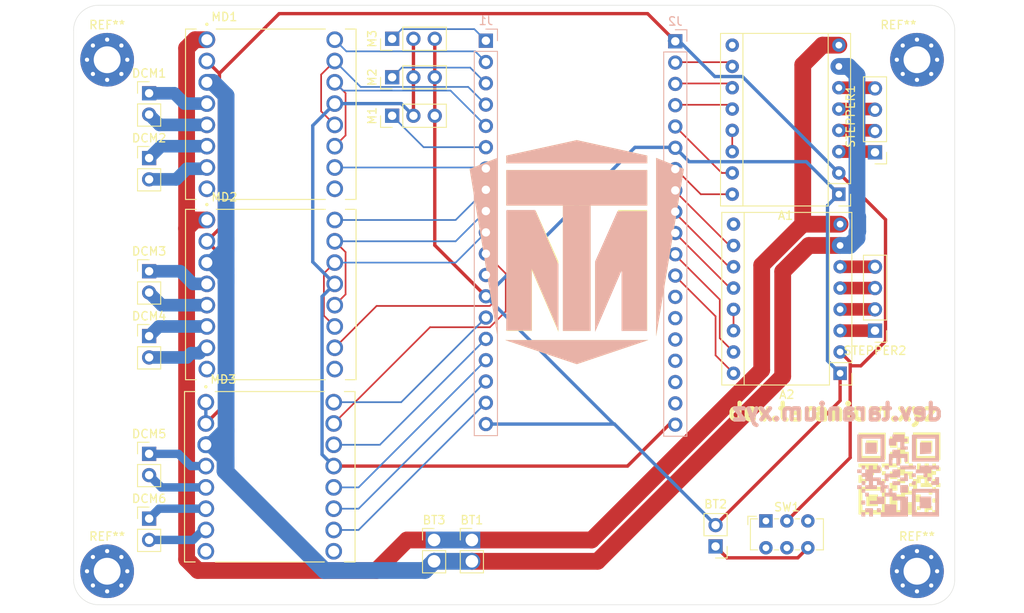
<source format=kicad_pcb>
(kicad_pcb (version 20241229) (generator "pcbnew") (generator_version "9.0")
  (layers (0 "F.Cu" signal) (2 "B.Cu" signal) (13 "F.Paste" user) (15 "B.Paste" user) (5 "F.SilkS" user "F.Silkscreen") (7 "B.SilkS" user "B.Silkscreen") (1 "F.Mask" user) (3 "B.Mask" user) (25 "Edge.Cuts" user))
  (net 0 "")
  (net 1 "Net-(A1-~{RESET})")
  (net 2 "Net-(A1-2A)")
  (net 3 "Net-(A1-2B)")
  (net 4 "+5V")
  (net 5 "MS2")
  (net 6 "Net-(A1-1B)")
  (net 7 "MS1")
  (net 8 "MS3")
  (net 9 "STP")
  (net 11 "+12V")
  (net 12 "Net-(A1-1A)")
  (net 13 "DIR")
  (net 14 "GND")
  (net 15 "SS")
  (net 16 "+3V3")
  (net 19 "S1")
  (net 20 "S2")
  (net 21 "S3")
  (net 26 "MS31")
  (net 27 "Net-(A2-~{RESET})")
  (net 28 "GND1")
  (net 32 "MS21")
  (net 33 "Net-(A2-1B)")
  (net 34 "Net-(A2-1A)")
  (net 35 "STP1")
  (net 36 "MS11")
  (net 37 "Net-(A2-2B)")
  (net 38 "Net-(A2-2A)")
  (net 39 "DIR1")
  (net 42 "Net-(DCM1-Pin_2)")
  (net 43 "Net-(DCM1-Pin_1)")
  (net 44 "Net-(DCM2-Pin_1)")
  (net 45 "Net-(DCM2-Pin_2)")
  (net 46 "Net-(DCM3-Pin_1)")
  (net 47 "Net-(DCM3-Pin_2)")
  (net 48 "Net-(DCM4-Pin_1)")
  (net 49 "Net-(DCM4-Pin_2)")
  (net 50 "Net-(DCM5-Pin_2)")
  (net 51 "Net-(DCM5-Pin_1)")
  (net 52 "Net-(DCM6-Pin_1)")
  (net 53 "Net-(DCM6-Pin_2)")
  (net 54 "FOR")
  (net 55 "BACK")
  (net 56 "B1")
  (net 58 "A1")
  (net 60 "B2")
  (net 61 "A2")
  (net 62 "A3")
  (net 63 "B3")
  (net 68 "FOR2")
  (net 69 "FOR3")
  (net 70 "BACK1")
  (net 71 "BACK3")
  (net 72 "BACK2")
  (net 73 "FOR1")
  (footprint "Connector_PinHeader_2.54mm:PinHeader_1x02_P2.54mm_Vertical" (layer "F.Cu") (at 146.46 120.775)
    (property "Reference" "BT3")
    (property "Value" "Battery")
  )
  (footprint "Connector_PinHeader_2.54mm:PinHeader_1x02_P2.54mm_Vertical" (layer "F.Cu") (at 112.5 118.225)
    (property "Reference" "DCM6")
    (property "Value" "Conn_01x02_Pin")
  )
  (footprint "Connector_PinHeader_2.54mm:PinHeader_1x04_P2.54mm_Vertical" (layer "F.Cu") (at 199 95.81 180)
    (property "Reference" "STEPPER2")
    (property "Value" "Conn_01x04_Pin")
  )
  (footprint "Button_Switch_THT:SW_E-Switch_EG1271_SPDT" (layer "F.Cu") (at 186 118.5)
    (property "Reference" "SW1")
    (property "Value" "SW_Slide_DPDT")
  )
  (footprint "Connector_PinHeader_2.54mm:PinHeader_1x02_P2.54mm_Vertical" (layer "F.Cu") (at 150.96 120.775)
    (property "Reference" "BT1")
    (property "Value" "Battery")
  )
  (footprint "Taranium-libs:MODULE_ROB-14450" (layer "F.Cu") (at 126.88 113.23)
    (property "Reference" "MD3")
    (property "Value" "~")
  )
  (footprint "Connector_PinHeader_2.54mm:PinHeader_1x03_P2.54mm_Vertical" (layer "F.Cu") (at 141.46 70.18 90)
    (property "Reference" "M1")
    (property "Value" "Motor_Servo")
  )
  (footprint "Connector_PinHeader_2.54mm:PinHeader_1x02_P2.54mm_Vertical" (layer "F.Cu") (at 112.5 96.46)
    (property "Reference" "DCM4")
    (property "Value" "Conn_01x02_Pin")
  )
  (footprint "Connector_PinHeader_2.54mm:PinHeader_1x02_P2.54mm_Vertical" (layer "F.Cu") (at 180 121.54 180)
    (property "Reference" "BT2")
    (property "Value" "Battery")
  )
  (footprint "Connector_PinHeader_2.54mm:PinHeader_1x02_P2.54mm_Vertical" (layer "F.Cu") (at 112.5 75.225)
    (property "Reference" "DCM2")
    (property "Value" "Conn_01x02_Pin")
  )
  (footprint "Module:Pololu_Breakout-16_15.2x20.3mm" (layer "F.Cu") (at 194.84 100.89 180)
    (property "Reference" "A2")
    (property "Value" "Pololu_Breakout_A4988")
  )
  (footprint "MountingHole:MountingHole_3.2mm_M3_Pad_Via" (layer "F.Cu") (at 204 124.5)
    (property "Reference" "REF**")
    (property "Value" "MountingHole_3.2mm_M3_Pad_Via")
  )
  (footprint "Connector_PinHeader_2.54mm:PinHeader_1x02_P2.54mm_Vertical" (layer "F.Cu") (at 112.5 110.5)
    (property "Reference" "DCM5")
    (property "Value" "Conn_01x02_Pin")
  )
  (footprint "Module:Pololu_Breakout-16_15.2x20.3mm" (layer "F.Cu") (at 194.69 79.54 180)
    (property "Reference" "A1")
    (property "Value" "Pololu_Breakout_A4988")
  )
  (footprint "Connector_PinHeader_2.54mm:PinHeader_1x03_P2.54mm_Vertical" (layer "F.Cu") (at 141.46 61 90)
    (property "Reference" "M3")
    (property "Value" "Motor_Servo")
  )
  (footprint "MountingHole:MountingHole_3.2mm_M3_Pad_Via" (layer "F.Cu") (at 204 63.5)
    (property "Reference" "REF**")
    (property "Value" "MountingHole_3.2mm_M3_Pad_Via")
  )
  (footprint "Connector_PinHeader_2.54mm:PinHeader_1x03_P2.54mm_Vertical" (layer "F.Cu") (at 141.46 65.59 90)
    (property "Reference" "M2")
    (property "Value" "Motor_Servo")
  )
  (footprint "MountingHole:MountingHole_3.2mm_M3_Pad_Via" (layer "F.Cu") (at 107.5 63.5)
    (property "Reference" "REF**")
    (property "Value" "MountingHole_3.2mm_M3_Pad_Via")
  )
  (footprint "Taranium-libs:MODULE_ROB-14450" (layer "F.Cu") (at 127 91.5)
    (property "Reference" "MD2")
    (property "Value" "~")
  )
  (footprint "MountingHole:MountingHole_3.2mm_M3_Pad_Via" (layer "F.Cu") (at 107.5 124.5)
    (property "Reference" "REF**")
    (property "Value" "MountingHole_3.2mm_M3_Pad_Via")
  )
  (footprint "Connector_PinHeader_2.54mm:PinHeader_1x04_P2.54mm_Vertical" (layer "F.Cu") (at 199 74.54 180)
    (property "Reference" "STEPPER1")
    (property "Value" "Conn_01x04_Pin")
  )
  (footprint "Taranium-libs:MODULE_ROB-14450" (layer "F.Cu") (at 127 70)
    (property "Reference" "MD1")
    (property "Value" "~")
  )
  (footprint "Connector_PinHeader_2.54mm:PinHeader_1x02_P2.54mm_Vertical" (layer "F.Cu") (at 112.5 67.5)
    (property "Reference" "DCM1")
    (property "Value" "Conn_01x02_Pin")
  )
  (footprint "Connector_PinHeader_2.54mm:PinHeader_1x02_P2.54mm_Vertical" (layer "F.Cu") (at 112.5 88.725)
    (property "Reference" "DCM3")
    (property "Value" "Conn_01x02_Pin")
  )
  (footprint "Connector_PinHeader_2.54mm:PinHeader_1x19_P2.54mm_Vertical" (layer "B.Cu") (at 175.2 61.3 180)
    (property "Reference" "J2")
    (property "Value" "Conn_01x15_Socket")
  )
  (footprint "Connector_PinHeader_2.54mm:PinHeader_1x19_P2.54mm_Vertical" (layer "B.Cu") (at 152.63 61.23 180)
    (property "Reference" "J1")
    (property "Value" "Conn_01x15_Socket")
  )
  (gr_poly (pts (xy 171.859376 74.930176) (xy 171.859376 75.862502) (xy 155.058333 75.862502) (xy 155.058333 74.930176) (xy 163.458854 73.084377)) (fill yes) (layer "F.SilkS"))
  (gr_poly (pts (xy 158.119033 95.844364) (xy 155.083468 95.844364) (xy 155.083468 81.551043) (xy 158.119033 81.551043)) (fill yes) (layer "F.SilkS"))
  (gr_poly (pts (xy 203.056249 114.889062) (xy 203.486197 114.889062) (xy 203.51927 114.889062) (xy 203.51927 115.352083) (xy 203.486197 115.352083) (xy 202.593229 115.352083) (xy 202.593229 115.815104) (xy 201.667187 115.815104) (xy 201.667187 117.204166) (xy 202.130208 117.204166) (xy 202.130208 116.311198) (xy 203.51927 116.245052) (xy 203.51927 117.204166) (xy 203.982291 117.204166) (xy 203.982291 117.766406) (xy 200.741145 117.733333) (xy 200.741145 115.352083) (xy 202.097135 115.352083) (xy 202.130208 114.889062) (xy 202.593229 114.889062) (xy 202.593229 114.392968) (xy 203.056249 114.392968)) (fill yes) (layer "F.SilkS"))
  (gr_poly (pts (xy 171.859376 80.889585) (xy 155.058333 80.889585) (xy 155.058333 76.656252) (xy 171.859376 76.656252)) (fill yes) (layer "F.SilkS"))
  (gr_poly (pts (xy 200.278125 113.533073) (xy 200.278125 113.96302) (xy 199.815104 113.96302) (xy 199.815104 113.5)) (fill yes) (layer "F.SilkS"))
  (gr_poly (pts (xy 202.593229 110.258854) (xy 203.023176 110.258854) (xy 203.023176 111.647916) (xy 202.593229 111.647916) (xy 202.593229 110.754948) (xy 202.130208 110.754948) (xy 202.130208 111.647916) (xy 201.667187 111.647916) (xy 201.667187 110.754948) (xy 201.171093 110.754948) (xy 201.171093 111.217969) (xy 200.774218 111.217969) (xy 200.774218 110.258854) (xy 201.667187 110.258854) (xy 201.667187 109.76276) (xy 202.593229 109.76276)) (fill yes) (layer "F.SilkS"))
  (gr_poly (pts (xy 202.593229 112.607031) (xy 203.51927 112.607031) (xy 203.51927 113.5) (xy 203.056249 113.5) (xy 203.056249 113.070052) (xy 201.667187 113.070052) (xy 201.667187 112.14401) (xy 201.667187 112.110937) (xy 202.593229 112.110937)) (fill yes) (layer "F.SilkS"))
  (gr_poly (pts (xy 206.793489 112.540885) (xy 206.264323 112.540885) (xy 206.264323 112.110937) (xy 206.793489 112.110937)) (fill yes) (layer "F.SilkS"))
  (gr_poly (pts (xy 200.278125 111.184896) (xy 197.036979 111.184896) (xy 197.036979 110.754948) (xy 197.5 110.754948) (xy 199.782031 110.754948) (xy 199.782031 108.439844) (xy 197.5 108.439844) (xy 197.5 110.754948) (xy 197.036979 110.754948) (xy 197.036979 107.976823) (xy 200.278125 107.976823)) (fill yes) (layer "F.SilkS"))
  (gr_poly (pts (xy 204.445312 112.110937) (xy 204.908333 112.110937) (xy 204.908333 111.647916) (xy 205.404427 111.647916) (xy 205.404427 112.110937) (xy 205.834375 112.110937) (xy 205.834375 112.540885) (xy 206.264323 112.540885) (xy 206.264323 113.003906) (xy 205.834375 113.003906) (xy 205.834375 113.5) (xy 205.404427 113.5) (xy 205.404427 113.996093) (xy 205.834375 113.996093) (xy 205.834375 114.459114) (xy 204.445312 114.459114) (xy 204.445312 113.996093) (xy 204.908333 113.996093) (xy 204.908333 113.5) (xy 204.445312 113.5) (xy 204.445312 113.996093) (xy 204.015364 113.996093) (xy 204.015364 114.889062) (xy 203.51927 114.889062) (xy 203.51927 114.392968) (xy 203.056249 114.392968) (xy 203.056249 113.996093) (xy 203.51927 113.996093) (xy 203.51927 113.5) (xy 203.982291 113.5) (xy 203.982291 113.070052) (xy 204.908333 113.070052) (xy 204.908333 112.540885) (xy 203.982291 112.540885) (xy 204.015364 111.647916) (xy 204.445312 111.647916)) (fill yes) (layer "F.SilkS"))
  (gr_poly (pts (xy 206.297395 117.733333) (xy 205.834375 117.733333) (xy 205.834375 117.204166) (xy 206.297395 117.204166)) (fill yes) (layer "F.SilkS"))
  (gr_poly (pts (xy 171.859376 95.796076) (xy 168.832276 95.796076) (xy 168.832276 81.48749) (xy 171.859376 81.48749)) (fill yes) (layer "F.SilkS"))
  (gr_poly (pts (xy 176.224999 76.524634) (xy 172.917707 96.5) (xy 172.917707 75.201043)) (fill yes) (layer "F.SilkS"))
  (gr_poly (pts (xy 206.264323 114.889062) (xy 205.834375 114.889062) (xy 205.834375 114.459114) (xy 206.264323 114.459114)) (fill yes) (layer "F.SilkS"))
  (gr_poly (pts (xy 202.593229 108.439844) (xy 203.023176 108.439844) (xy 203.023176 109.266667) (xy 202.130208 109.266667) (xy 202.130208 108.836719) (xy 201.667187 108.836719) (xy 201.667187 109.76276) (xy 200.774218 109.76276) (xy 200.774218 109.365885) (xy 201.171093 109.365885) (xy 201.171093 108.836719) (xy 200.774218 108.836719) (xy 200.774218 108.439844) (xy 201.171093 108.439844) (xy 201.171093 107.94375) (xy 202.593229 107.94375)) (fill yes) (layer "F.SilkS"))
  (gr_poly (pts (xy 200.278125 113.036979) (xy 199.815104 113.036979) (xy 199.815104 112.573958) (xy 200.278125 112.573958)) (fill yes) (layer "F.SilkS"))
  (gr_poly (pts (xy 200.278125 117.733333) (xy 197.036979 117.733333) (xy 197.036979 117.204166) (xy 197.5 117.204166) (xy 199.815104 117.204166) (xy 199.815104 114.889062) (xy 197.5 114.889062) (xy 197.5 117.204166) (xy 197.036979 117.204166) (xy 197.036979 114.426041) (xy 200.278125 114.426041)) (fill yes) (layer "F.SilkS"))
  (gr_poly (pts (xy 161.276042 87.559334) (xy 161.276042 95.970835) (xy 155.058333 81.566402) (xy 158.604676 81.566402)) (fill yes) (layer "F.SilkS"))
  (gr_poly (pts (xy 165.1125 95.838543) (xy 161.805207 95.838543) (xy 161.805207 80.889585) (xy 165.1125 80.889585)) (fill yes) (layer "F.SilkS"))
  (gr_poly (pts (xy 206.264323 112.110937) (xy 205.834375 112.110937) (xy 205.834375 111.647916) (xy 206.264323 111.647916)) (fill yes) (layer "F.SilkS"))
  (gr_poly (pts (xy 205.834375 115.352083) (xy 205.404427 115.352083) (xy 205.404427 114.889062) (xy 205.834375 114.889062)) (fill yes) (layer "F.SilkS"))
  (gr_poly (pts (xy 206.297395 116.311198) (xy 205.834375 116.311198) (xy 205.834375 116.245052) (xy 205.834375 115.815104) (xy 206.297395 115.815104)) (fill yes) (layer "F.SilkS"))
  (gr_poly (pts (xy 163.458854 99.807291) (xy 154.923528 96.929949) (xy 171.99418 96.929949)) (fill yes) (layer "F.SilkS"))
  (gr_poly (pts (xy 199.352083 116.741146) (xy 197.963021 116.741146) (xy 197.963021 115.352083) (xy 199.352083 115.352083)) (fill yes) (layer "F.SilkS"))
  (gr_poly (pts (xy 203.51927 112.110937) (xy 203.023176 112.110937) (xy 203.023176 111.647916) (xy 203.51927 111.647916)) (fill yes) (layer "F.SilkS"))
  (gr_poly (pts (xy 199.385156 112.110937) (xy 199.815104 112.110937) (xy 199.815104 112.14401) (xy 199.815104 112.573958) (xy 198.889062 112.573958) (xy 198.889062 113.036979) (xy 198.426041 113.036979) (xy 198.426041 112.573958) (xy 197.963021 112.573958) (xy 197.963021 112.110937) (xy 197.036979 112.110937) (xy 197.036979 111.647916) (xy 199.352083 111.647916)) (fill yes) (layer "F.SilkS"))
  (gr_poly (pts (xy 154 96.5) (xy 150.692709 76.524634) (xy 154 75.201043)) (fill yes) (layer "F.SilkS"))
  (gr_poly (pts (xy 204.445312 115.848177) (xy 205.305208 115.848177) (xy 205.305208 116.245052) (xy 203.51927 116.245052) (xy 203.51927 115.352083) (xy 204.445312 115.352083)) (fill yes) (layer "F.SilkS"))
  (gr_poly (pts (xy 205.834375 117.204166) (xy 205.371353 117.204166) (xy 205.371353 117.733333) (xy 204.908333 117.733333) (xy 204.908333 116.741146) (xy 205.834375 116.741146)) (fill yes) (layer "F.SilkS"))
  (gr_poly (pts (xy 165.641666 95.838543) (xy 165.641666 87.881992) (xy 168.408414 81.418751) (xy 171.842176 81.418751)) (fill yes) (layer "F.SilkS"))
  (gr_poly (pts (xy 206.793489 114.459114) (xy 206.264323 114.459114) (xy 206.264323 113.996093) (xy 206.793489 113.996093)) (fill yes) (layer "F.SilkS"))
  (gr_poly (pts (xy 205.834375 110.258854) (xy 204.445312 110.258854) (xy 204.445312 108.935937) (xy 205.834375 108.935937)) (fill yes) (layer "F.SilkS"))
  (gr_poly (pts (xy 201.667187 113.996093) (xy 201.667187 114.889062) (xy 200.741145 114.889062) (xy 200.741145 113.96302)) (fill yes) (layer "F.SilkS"))
  (gr_poly (pts (xy 206.264323 113.996093) (xy 205.834375 113.996093) (xy 205.834375 113.5) (xy 206.264323 113.5)) (fill yes) (layer "F.SilkS"))
  (gr_poly (pts (xy 201.667187 112.110937) (xy 199.815104 112.110937) (xy 199.782031 111.647916) (xy 201.667187 111.647916)) (fill yes) (layer "F.SilkS"))
  (gr_poly (pts (xy 206.793489 111.217969) (xy 203.51927 111.217969) (xy 203.51927 110.754948) (xy 204.015364 110.754948) (xy 206.264323 110.754948) (xy 206.264323 108.439844) (xy 204.015364 108.439844) (xy 204.015364 110.754948) (xy 203.51927 110.754948) (xy 203.51927 107.94375) (xy 206.793489 107.94375)) (fill yes) (layer "F.SilkS"))
  (gr_poly (pts (xy 202.593229 113.996093) (xy 201.667187 113.996093) (xy 201.667187 113.533073) (xy 202.593229 113.5)) (fill yes) (layer "F.SilkS"))
  (gr_poly (pts (xy 198.426041 113.5) (xy 197.963021 113.5) (xy 197.929948 113.036979) (xy 198.426041 113.036979)) (fill yes) (layer "F.SilkS"))
  (gr_poly (pts (xy 201.204166 113.070052) (xy 201.667187 113.070052) (xy 201.667187 113.5) (xy 200.741145 113.5) (xy 200.774218 112.607031) (xy 201.204166 112.607031)) (fill yes) (layer "F.SilkS"))
  (gr_poly (pts (xy 199.31901 110.291927) (xy 197.963021 110.225781) (xy 197.963021 108.902865) (xy 199.31901 108.902865)) (fill yes) (layer "F.SilkS"))
  (gr_poly (pts (xy 197.5 113.5) (xy 197.963021 113.5) (xy 197.963021 113.96302) (xy 197.036979 113.96302) (xy 197.036979 113.036979) (xy 197.5 113.036979)) (fill yes) (layer "F.SilkS"))
  (gr_poly (pts (xy 204.445312 117.204166) (xy 203.982291 117.204166) (xy 203.982291 116.741146) (xy 204.445312 116.741146)) (fill yes) (layer "F.SilkS"))
  (gr_poly (pts (xy 203.392968 111.429948) (xy 206.634114 111.429948) (xy 206.634114 111) (xy 206.171093 111) (xy 203.889062 111) (xy 203.889062 108.684896) (xy 206.171093 108.684896) (xy 206.171093 111) (xy 206.634114 111) (xy 206.634114 108.221875) (xy 203.392968 108.221875)) (fill yes) (layer "B.SilkS"))
  (gr_poly (pts (xy 206.171093 113.745052) (xy 205.708072 113.745052) (xy 205.708072 114.208072) (xy 206.634114 114.208072) (xy 206.634114 113.282031) (xy 206.171093 113.282031)) (fill yes) (layer "B.SilkS"))
  (gr_poly (pts (xy 197.40677 112.355989) (xy 197.836718 112.355989) (xy 197.836718 111.892968) (xy 197.40677 111.892968)) (fill yes) (layer "B.SilkS"))
  (gr_poly (pts (xy 197.836718 117.449218) (xy 198.29974 117.449218) (xy 198.29974 117.978385) (xy 198.76276 117.978385) (xy 198.76276 116.986198) (xy 197.836718 116.986198)) (fill yes) (layer "B.SilkS"))
  (gr_poly (pts (xy 161.805207 95.838543) (xy 165.1125 95.838543) (xy 165.1125 80.889585) (xy 161.805207 80.889585)) (fill yes) (layer "B.SilkS"))
  (gr_poly (pts (xy 196.877604 114.704166) (xy 197.40677 114.704166) (xy 197.40677 114.241145) (xy 196.877604 114.241145)) (fill yes) (layer "B.SilkS"))
  (gr_poly (pts (xy 204.285937 112.355989) (xy 203.855989 112.355989) (xy 203.855989 112.389062) (xy 203.855989 112.81901) (xy 204.782031 112.81901) (xy 204.782031 113.282031) (xy 205.245052 113.282031) (xy 205.245052 112.81901) (xy 205.708072 112.81901) (xy 205.708072 112.355989) (xy 206.634114 112.355989) (xy 206.634114 111.892968) (xy 204.31901 111.892968)) (fill yes) (layer "B.SilkS"))
  (gr_poly (pts (xy 199.225781 116.093229) (xy 198.365885 116.093229) (xy 198.365885 116.490104) (xy 200.151823 116.490104) (xy 200.151823 115.597135) (xy 199.225781 115.597135)) (fill yes) (layer "B.SilkS"))
  (gr_poly (pts (xy 202.466927 113.315104) (xy 202.003906 113.315104) (xy 202.003906 113.745052) (xy 202.929948 113.745052) (xy 202.896875 112.852083) (xy 202.466927 112.852083)) (fill yes) (layer "B.SilkS"))
  (gr_poly (pts (xy 201.077864 114.241145) (xy 202.003906 114.241145) (xy 202.003906 113.778125) (xy 201.077864 113.745052)) (fill yes) (layer "B.SilkS"))
  (gr_poly (pts (xy 199.225781 117.449218) (xy 199.688802 117.449218) (xy 199.688802 116.986198) (xy 199.225781 116.986198)) (fill yes) (layer "B.SilkS"))
  (gr_poly (pts (xy 155.058331 74.930176) (xy 155.058331 75.862502) (xy 171.859374 75.862502) (xy 171.859374 74.930176) (xy 163.458853 73.084377)) (fill yes) (layer "B.SilkS"))
  (gr_poly (pts (xy 168.798674 95.844364) (xy 171.834239 95.844364) (xy 171.834239 81.551043) (xy 168.798674 81.551043)) (fill yes) (layer "B.SilkS"))
  (gr_poly (pts (xy 172.917707 96.5) (xy 176.224998 76.524634) (xy 172.917707 75.201043)) (fill yes) (layer "B.SilkS"))
  (gr_poly (pts (xy 199.225781 112.355989) (xy 198.76276 112.355989) (xy 198.76276 111.892968) (xy 198.266666 111.892968) (xy 198.266666 112.355989) (xy 197.836718 112.355989) (xy 197.836718 112.785937) (xy 197.40677 112.785937) (xy 197.40677 113.248958) (xy 197.836718 113.248958) (xy 197.836718 113.745052) (xy 198.266666 113.745052) (xy 198.266666 114.241145) (xy 197.836718 114.241145) (xy 197.836718 114.704166) (xy 199.225781 114.704166) (xy 199.225781 114.241145) (xy 198.76276 114.241145) (xy 198.76276 113.745052) (xy 199.225781 113.745052) (xy 199.225781 114.241145) (xy 199.655729 114.241145) (xy 199.655729 115.134114) (xy 200.151823 115.134114) (xy 200.151823 114.63802) (xy 200.614844 114.63802) (xy 200.614844 114.241145) (xy 200.151823 114.241145) (xy 200.151823 113.745052) (xy 199.688802 113.745052) (xy 199.688802 113.315104) (xy 198.76276 113.315104) (xy 198.76276 112.785937) (xy 199.688802 112.785937) (xy 199.655729 111.892968) (xy 199.225781 111.892968)) (fill yes) (layer "B.SilkS"))
  (gr_poly (pts (xy 196.877604 111.463021) (xy 200.151823 111.463021) (xy 200.151823 111) (xy 199.655729 111) (xy 197.40677 111) (xy 197.40677 108.684896) (xy 199.655729 108.684896) (xy 199.655729 111) (xy 200.151823 111) (xy 200.151823 108.188802) (xy 196.877604 108.188802)) (fill yes) (layer "B.SilkS"))
  (gr_poly (pts (xy 196.877604 112.785937) (xy 197.40677 112.785937) (xy 197.40677 112.355989) (xy 196.877604 112.355989)) (fill yes) (layer "B.SilkS"))
  (gr_poly (pts (xy 205.245052 113.745052) (xy 205.708072 113.745052) (xy 205.741145 113.282031) (xy 205.245052 113.282031)) (fill yes) (layer "B.SilkS"))
  (gr_poly (pts (xy 155.058331 95.796076) (xy 158.085431 95.796076) (xy 158.085431 81.48749) (xy 155.058331 81.48749)) (fill yes) (layer "B.SilkS"))
  (gr_poly (pts (xy 201.077864 112.852083) (xy 200.151823 112.852083) (xy 200.151823 113.745052) (xy 200.614844 113.745052) (xy 200.614844 113.315104) (xy 202.003906 113.315104) (xy 202.003906 112.389062) (xy 202.003906 112.355989) (xy 201.077864 112.355989)) (fill yes) (layer "B.SilkS"))
  (gr_poly (pts (xy 203.392968 113.778125) (xy 203.392968 114.208072) (xy 203.855989 114.208072) (xy 203.855989 113.745052)) (fill yes) (layer "B.SilkS"))
  (gr_poly (pts (xy 197.373698 116.55625) (xy 197.836718 116.55625) (xy 197.836718 116.490104) (xy 197.836718 116.060156) (xy 197.373698 116.060156)) (fill yes) (layer "B.SilkS"))
  (gr_poly (pts (xy 204.31901 116.986198) (xy 205.708072 116.986198) (xy 205.708072 115.597135) (xy 204.31901 115.597135)) (fill yes) (layer "B.SilkS"))
  (gr_poly (pts (xy 197.373698 117.978385) (xy 197.836718 117.978385) (xy 197.836718 117.449218) (xy 197.373698 117.449218)) (fill yes) (layer "B.SilkS"))
  (gr_poly (pts (xy 203.392968 117.978385) (xy 206.634114 117.978385) (xy 206.634114 117.449218) (xy 206.171093 117.449218) (xy 203.855989 117.449218) (xy 203.855989 115.134114) (xy 206.171093 115.134114) (xy 206.171093 117.449218) (xy 206.634114 117.449218) (xy 206.634114 114.671093) (xy 203.392968 114.671093)) (fill yes) (layer "B.SilkS"))
  (gr_poly (pts (xy 155.058331 80.889585) (xy 171.859374 80.889585) (xy 171.859374 76.656252) (xy 155.058331 76.656252)) (fill yes) (layer "B.SilkS"))
  (gr_poly (pts (xy 202.003906 114.241145) (xy 202.003906 115.134114) (xy 202.929948 115.134114) (xy 202.929948 114.208072)) (fill yes) (layer "B.SilkS"))
  (gr_poly (pts (xy 202.003906 112.355989) (xy 203.855989 112.355989) (xy 203.889062 111.892968) (xy 202.003906 111.892968)) (fill yes) (layer "B.SilkS"))
  (gr_poly (pts (xy 200.151823 112.355989) (xy 200.647917 112.355989) (xy 200.647917 111.892968) (xy 200.151823 111.892968)) (fill yes) (layer "B.SilkS"))
  (gr_poly (pts (xy 200.614844 115.134114) (xy 200.184896 115.134114) (xy 200.151823 115.134114) (xy 200.151823 115.597135) (xy 200.184896 115.597135) (xy 201.077864 115.597135) (xy 201.077864 116.060156) (xy 202.003906 116.060156) (xy 202.003906 117.449218) (xy 201.540885 117.449218) (xy 201.540885 116.55625) (xy 200.151823 116.490104) (xy 200.151823 117.449218) (xy 199.688802 117.449218) (xy 199.688802 118.011458) (xy 202.929948 117.978385) (xy 202.929948 115.597135) (xy 201.573958 115.597135) (xy 201.540885 115.134114) (xy 201.077864 115.134114) (xy 201.077864 114.63802) (xy 200.614844 114.63802)) (fill yes) (layer "B.SilkS"))
  (gr_poly (pts (xy 201.077864 110.503906) (xy 200.647917 110.503906) (xy 200.647917 111.892968) (xy 201.077864 111.892968) (xy 201.077864 111) (xy 201.540885 111) (xy 201.540885 111.892968) (xy 202.003906 111.892968) (xy 202.003906 111) (xy 202.5 111) (xy 202.5 111.463021) (xy 202.896875 111.463021) (xy 202.896875 110.503906) (xy 202.003906 110.503906) (xy 202.003906 110.007812) (xy 201.077864 110.007812)) (fill yes) (layer "B.SilkS"))
  (gr_poly (pts (xy 197.40677 114.241145) (xy 197.836718 114.241145) (xy 197.836718 113.745052) (xy 197.40677 113.745052)) (fill yes) (layer "B.SilkS"))
  (gr_poly (pts (xy 197.40677 115.134114) (xy 197.836718 115.134114) (xy 197.836718 114.704166) (xy 197.40677 114.704166)) (fill yes) (layer "B.SilkS"))
  (gr_poly (pts (xy 161.276041 95.838543) (xy 161.276041 87.881992) (xy 158.509293 81.418751) (xy 155.075531 81.418751)) (fill yes) (layer "B.SilkS"))
  (gr_poly (pts (xy 197.836718 115.597135) (xy 198.266666 115.597135) (xy 198.266666 115.134114) (xy 197.836718 115.134114)) (fill yes) (layer "B.SilkS"))
  (gr_poly (pts (xy 150.692708 76.524634) (xy 154 96.5) (xy 154 75.201043)) (fill yes) (layer "B.SilkS"))
  (gr_poly (pts (xy 203.392968 113.282031) (xy 203.855989 113.282031) (xy 203.855989 112.81901) (xy 203.392968 112.81901)) (fill yes) (layer "B.SilkS"))
  (gr_poly (pts (xy 165.641665 87.559334) (xy 165.641665 95.970835) (xy 171.859374 81.566402) (xy 168.313031 81.566402)) (fill yes) (layer "B.SilkS"))
  (gr_poly (pts (xy 201.077864 108.684896) (xy 200.647917 108.684896) (xy 200.647917 109.511719) (xy 201.540885 109.511719) (xy 201.540885 109.081771) (xy 202.003906 109.081771) (xy 202.003906 110.007812) (xy 202.896875 110.007812) (xy 202.896875 109.610937) (xy 202.5 109.610937) (xy 202.5 109.081771) (xy 202.896875 109.081771) (xy 202.896875 108.684896) (xy 202.5 108.684896) (xy 202.5 108.188802) (xy 201.077864 108.188802)) (fill yes) (layer "B.SilkS"))
  (gr_poly (pts (xy 197.836718 110.503906) (xy 199.225781 110.503906) (xy 199.225781 109.180989) (xy 197.836718 109.180989)) (fill yes) (layer "B.SilkS"))
  (gr_poly (pts (xy 163.458853 99.807291) (xy 171.994179 96.929949) (xy 154.923527 96.929949)) (fill yes) (layer "B.SilkS"))
  (gr_poly (pts (xy 204.352083 110.536979) (xy 205.708072 110.470833) (xy 205.708072 109.147917) (xy 204.352083 109.147917)) (fill yes) (layer "B.SilkS"))
  (gr_line (start 208.5 60) (end 208.5 125.5) (stroke (width 0.05)) (layer "Edge.Cuts"))
  (gr_line (start 205.5 128.5) (end 106.5 128.5) (stroke (width 0.05)) (layer "Edge.Cuts"))
  (gr_line (start 106.5 57) (end 205.5 57) (stroke (width 0.05)) (layer "Edge.Cuts"))
  (gr_arc (start 103.5 60) (mid 104.37868 57.87868) (end 106.5 57) (stroke (width 0.05)) (layer "Edge.Cuts"))
  (gr_arc (start 205.5 57) (mid 207.62132 57.87868) (end 208.5 60) (stroke (width 0.05)) (layer "Edge.Cuts"))
  (gr_line (start 103.5 125.5) (end 103.5 60) (stroke (width 0.05)) (layer "Edge.Cuts"))
  (gr_arc (start 106.5 128.5) (mid 104.37868 127.62132) (end 103.5 125.5) (stroke (width 0.05)) (layer "Edge.Cuts"))
  (gr_arc (start 208.5 125.5) (mid 207.62132 127.62132) (end 205.5 128.5) (stroke (width 0.05)) (layer "Edge.Cuts"))
  (gr_text "dev.taranium.xyz" (at 194 105.5 0) (layer "F.SilkS") (effects (font (size 2 2) (thickness 0.5) (bold yes))))
  (gr_text "dev.taranium.xyz" (at 194.5 105.5 -0) (layer "B.SilkS") (effects (font (size 2 2) (thickness 0.5) (bold yes)) (justify mirror)))
  (segment (start 181.99 71.92) (end 181.99 74.46) (width 0.2) (layer "F.Cu") (net 1))
  (segment (start 194.69 69.38) (end 198.92 69.38) (width 1.5) (layer "F.Cu") (net 2))
  (segment (start 198.92 69.38) (end 199 69.46) (width 0.2) (layer "F.Cu") (net 2))
  (segment (start 194.69 66.84) (end 198.92 66.84) (width 1.5) (layer "F.Cu") (net 3))
  (segment (start 198.92 66.84) (end 199 66.92) (width 0.2) (layer "F.Cu") (net 3))
  (segment (start 200.251 82.561) (end 200.251 97.061) (width 0.4) (layer "F.Cu") (net 4))
  (segment (start 188.5 118.5) (end 196.041 110.959) (width 0.4) (layer "F.Cu") (net 4))
  (segment (start 197.312 100) (end 196.041 100) (width 0.4) (layer "F.Cu") (net 4))
  (segment (start 200.251 97.061) (end 197.312 100) (width 0.4) (layer "F.Cu") (net 4))
  (segment (start 196.041 110.959) (end 196.041 100) (width 0.4) (layer "F.Cu") (net 4))
  (segment (start 194.69 77) (end 200.251 82.561) (width 0.4) (layer "F.Cu") (net 4))
  (segment (start 120.865 65.135) (end 120.881 65.151) (width 0.4) (layer "F.Cu") (net 4))
  (segment (start 171.9 58) (end 174.5 60.6) (width 0.4) (layer "F.Cu") (net 4))
  (segment (start 119.38 63.65) (end 120.865 65.135) (width 0.4) (layer "F.Cu") (net 4))
  (segment (start 120.881 65.151) (end 120.881 83.649) (width 0.4) (layer "F.Cu") (net 4))
  (segment (start 119.38 85.15) (end 122 87.77) (width 0.4) (layer "F.Cu") (net 4))
  (segment (start 122 87.77) (end 122 104.14) (width 0.4) (layer "F.Cu") (net 4))
  (segment (start 120.881 83.649) (end 119.38 85.15) (width 0.4) (layer "F.Cu") (net 4))
  (segment (start 196.041 99.551) (end 194.84 98.35) (width 0.4) (layer "F.Cu") (net 4))
  (segment (start 196.041 100) (end 196.041 99.551) (width 0.4) (layer "F.Cu") (net 4))
  (segment (start 120.865 65.135) (end 128 58) (width 0.4) (layer "F.Cu") (net 4))
  (segment (start 122 104.14) (end 119.26 106.88) (width 0.4) (layer "F.Cu") (net 4))
  (segment (start 128 58) (end 171.9 58) (width 0.4) (layer "F.Cu") (net 4))
  (segment (start 183.191 65.501) (end 179.901 65.501) (width 0.4) (layer "B.Cu") (net 4))
  (segment (start 175.65 61.25) (end 174.5 61.25) (width 0.4) (layer "B.Cu") (net 4))
  (segment (start 194.69 77) (end 183.191 65.501) (width 0.4) (layer "B.Cu") (net 4))
  (segment (start 119.26 104.34) (end 119.26 106.88) (width 0.4) (layer "B.Cu") (net 4))
  (segment (start 179.901 65.501) (end 175.65 61.25) (width 0.4) (layer "B.Cu") (net 4))
  (segment (start 174.5 66.33) (end 181.48 66.33) (width 0.2) (layer "F.Cu") (net 5))
  (segment (start 181.48 66.33) (end 181.99 66.84) (width 0.2) (layer "F.Cu") (net 5))
  (segment (start 198.92 74.46) (end 199 74.54) (width 0.2) (layer "F.Cu") (net 6))
  (segment (start 194.69 74.46) (end 198.92 74.46) (width 1.5) (layer "F.Cu") (net 6))
  (segment (start 174.5 63.79) (end 181.48 63.79) (width 0.2) (layer "F.Cu") (net 7))
  (segment (start 181.48 63.79) (end 181.99 64.3) (width 0.2) (layer "F.Cu") (net 7))
  (segment (start 181.48 68.87) (end 181.99 69.38) (width 0.2) (layer "F.Cu") (net 8))
  (segment (start 174.5 68.87) (end 181.48 68.87) (width 0.2) (layer "F.Cu") (net 8))
  (segment (start 174.5 71.41) (end 175.15 71.41) (width 0.2) (layer "F.Cu") (net 9))
  (segment (start 180.74 77) (end 181.99 77) (width 0.2) (layer "F.Cu") (net 9))
  (segment (start 175.15 71.41) (end 180.74 77) (width 0.2) (layer "F.Cu") (net 9))
  (segment (start 139.589 124.411) (end 118.311036 124.411) (width 2) (layer "F.Cu") (net 11))
  (segment (start 119.38 61.11) (end 117.979929 61.11) (width 2) (layer "F.Cu") (net 11))
  (segment (start 192.74 61.76) (end 194.69 61.76) (width 2) (layer "F.Cu") (net 11))
  (segment (start 146.46 120.775) (end 143.225 120.775) (width 2) (layer "F.Cu") (net 11))
  (segment (start 116.969 83.620929) (end 117.979929 82.61) (width 2) (layer "F.Cu") (net 11))
  (segment (start 116.969 62.120929) (end 116.969 83.620929) (width 2) (layer "F.Cu") (net 11))
  (segment (start 117.979929 61.11) (end 116.969 62.120929) (width 2) (layer "F.Cu") (net 11))
  (segment (start 165.226263 120.775) (end 185.5 100.501263) (width 2) (layer "F.Cu") (net 11))
  (segment (start 185.5 88) (end 190.39 83.11) (width 2) (layer "F.Cu") (net 11))
  (segment (start 185.5 100.501263) (end 185.5 88) (width 2) (layer "F.Cu") (net 11))
  (segment (start 190.39 83.11) (end 194.84 83.11) (width 2) (layer "F.Cu") (net 11))
  (segment (start 143.225 120.775) (end 139.589 124.411) (width 2) (layer "F.Cu") (net 11))
  (segment (start 190.39 83.11) (end 190.39 64.11) (width 2) (layer "F.Cu") (net 11))
  (segment (start 116.969 123.068964) (end 116.969 83.620929) (width 2) (layer "F.Cu") (net 11))
  (segment (start 150.96 120.775) (end 165.226263 120.775) (width 2) (layer "F.Cu") (net 11))
  (segment (start 118.311036 124.411) (end 116.969 123.068964) (width 2) (layer "F.Cu") (net 11))
  (segment (start 117.979929 82.61) (end 119.38 82.61) (width 2) (layer "F.Cu") (net 11))
  (segment (start 190.39 64.11) (end 192.74 61.76) (width 2) (layer "F.Cu") (net 11))
  (segment (start 146.46 120.775) (end 150.96 120.775) (width 2) (layer "B.Cu") (net 11))
  (segment (start 198.92 71.92) (end 199 72) (width 0.2) (layer "F.Cu") (net 12))
  (segment (start 194.69 71.92) (end 198.92 71.92) (width 1.5) (layer "F.Cu") (net 12))
  (segment (start 174.5 76.49) (end 175.19 76.49) (width 0.2) (layer "F.Cu") (net 13))
  (segment (start 175.19 76.49) (end 178.24 79.54) (width 0.2) (layer "F.Cu") (net 13))
  (segment (start 178.24 79.54) (end 181.99 79.54) (width 0.2) (layer "F.Cu") (net 13))
  (segment (start 152.63 91.71) (end 146.54 85.62) (width 0.4) (layer "F.Cu") (net 14))
  (segment (start 180 119) (end 194.84 104.16) (width 0.4) (layer "F.Cu") (net 14))
  (segment (start 194.84 104.16) (end 194.84 100.89) (width 0.4) (layer "F.Cu") (net 14))
  (segment (start 146.54 61) (end 146.54 70.18) (width 0.4) (layer "F.Cu") (net 14))
  (segment (start 146.54 85.62) (end 146.54 70.18) (width 0.4) (layer "F.Cu") (net 14))
  (segment (start 167.87 106.95) (end 152.63 91.71) (width 0.4) (layer "B.Cu") (net 14))
  (segment (start 194.69 79.54) (end 190.811 75.661) (width 0.4) (layer "B.Cu") (net 14))
  (segment (start 167.95 106.95) (end 152.63 106.95) (width 0.4) (layer "B.Cu") (net 14))
  (segment (start 190.811 75.661) (end 176.861 75.661) (width 0.4) (layer "B.Cu") (net 14))
  (segment (start 170.39 73.95) (end 152.63 91.71) (width 0.4) (layer "B.Cu") (net 14))
  (segment (start 176.861 75.661) (end 175.15 73.95) (width 0.4) (layer "B.Cu") (net 14))
  (segment (start 167.95 106.95) (end 167.87 106.95) (width 0.4) (layer "B.Cu") (net 14))
  (segment (start 193.339 99.389) (end 194.84 100.89) (width 0.4) (layer "B.Cu") (net 14))
  (segment (start 194.69 79.54) (end 193.339 80.891) (width 0.4) (layer "B.Cu") (net 14))
  (segment (start 180 119) (end 167.95 106.95) (width 0.4) (layer "B.Cu") (net 14))
  (segment (start 175.15 73.95) (end 170.39 73.95) (width 0.4) (layer "B.Cu") (net 14))
  (segment (start 193.339 80.891) (end 193.339 99.389) (width 0.4) (layer "B.Cu") (net 14))
  (segment (start 180 121.54) (end 181.361 122.901) (width 0.4) (layer "F.Cu") (net 15))
  (segment (start 189.799 122.901) (end 191 121.7) (width 0.4) (layer "F.Cu") (net 15))
  (segment (start 181.361 122.901) (end 189.799 122.901) (width 0.4) (layer "F.Cu") (net 15))
  (segment (start 144 61) (end 144 70.18) (width 0.4) (layer "F.Cu") (net 16))
  (segment (start 134.5 111.96) (end 169.51 111.96) (width 0.4) (layer "F.Cu") (net 16))
  (segment (start 169.51 111.96) (end 174.5 106.97) (width 0.4) (layer "F.Cu") (net 16))
  (segment (start 132 87.61) (end 132 71.35) (width 0.4) (layer "B.Cu") (net 16))
  (segment (start 142.55 68.73) (end 134.62 68.73) (width 0.4) (layer "B.Cu") (net 16))
  (segment (start 134.62 90.23) (end 132 87.61) (width 0.4) (layer "B.Cu") (net 16))
  (segment (start 132 71.35) (end 134.62 68.73) (width 0.4) (layer "B.Cu") (net 16))
  (segment (start 133.109 110.569) (end 134.5 111.96) (width 0.4) (layer "B.Cu") (net 16))
  (segment (start 134.62 90.23) (end 133.109 91.741) (width 0.4) (layer "B.Cu") (net 16))
  (segment (start 144 70.18) (end 142.55 68.73) (width 0.4) (layer "B.Cu") (net 16))
  (segment (start 133.109 91.741) (end 133.109 110.569) (width 0.4) (layer "B.Cu") (net 16))
  (segment (start 145.21 73.93) (end 152.63 73.93) (width 0.2) (layer "B.Cu") (net 19))
  (segment (start 141.46 70.18) (end 145.21 73.93) (width 0.2) (layer "B.Cu") (net 19))
  (segment (start 150.759 64.439) (end 152.63 66.31) (width 0.2) (layer "B.Cu") (net 20))
  (segment (start 141.46 65.59) (end 142.611 64.439) (width 0.2) (layer "B.Cu") (net 20))
  (segment (start 142.611 64.439) (end 150.759 64.439) (width 0.2) (layer "B.Cu") (net 20))
  (segment (start 142.611 59.849) (end 151.249 59.849) (width 0.2) (layer "B.Cu") (net 21))
  (segment (start 141.46 61) (end 142.611 59.849) (width 0.2) (layer "B.Cu") (net 21))
  (segment (start 151.249 59.849) (end 152.63 61.23) (width 0.2) (layer "B.Cu") (net 21))
  (segment (start 175.11 84.11) (end 181.73 90.73) (width 0.2) (layer "F.Cu") (net 26))
  (segment (start 181.73 90.73) (end 182.14 90.73) (width 0.2) (layer "F.Cu") (net 26))
  (segment (start 174.5 84.11) (end 175.11 84.11) (width 0.2) (layer "F.Cu") (net 26))
  (segment (start 182.14 93.27) (end 182.14 95.81) (width 0.2) (layer "F.Cu") (net 27))
  (segment (start 188 101.255368) (end 188 88.754106) (width 2) (layer "F.Cu") (net 28))
  (segment (start 188 88.754106) (end 191.104106 85.65) (width 2) (layer "F.Cu") (net 28))
  (segment (start 165.940368 123.315) (end 188 101.255368) (width 2) (layer "F.Cu") (net 28))
  (segment (start 150.96 123.315) (end 165.940368 123.315) (width 2) (layer "F.Cu") (net 28))
  (segment (start 191.104106 85.65) (end 194.84 85.65) (width 2) (layer "F.Cu") (net 28))
  (segment (start 121.671 88.580929) (end 121.671 90) (width 2) (layer "B.Cu") (net 28))
  (segment (start 196.849 82.147737) (end 196.849 65.32763) (width 2) (layer "B.Cu") (net 28))
  (segment (start 133.411 124.411) (end 121.551 112.551) (width 2) (layer "B.Cu") (net 28))
  (segment (start 119.26 109.42) (end 119.959964 109.42) (width 2) (layer "B.Cu") (net 28))
  (segment (start 145.364 124.411) (end 133.411 124.411) (width 2) (layer "B.Cu") (net 28))
  (segment (start 121.551 111.011036) (end 121.5 110.960036) (width 2) (layer "B.Cu") (net 28))
  (segment (start 195.97137 85.65) (end 196.849 84.77237) (width 2) (layer "B.Cu") (net 28))
  (segment (start 121.671 107.708964) (end 119.963463 109.416501) (width 2) (layer "B.Cu") (net 28))
  (segment (start 120.079964 66.19) (end 121.671 67.781036) (width 2) (layer "B.Cu") (net 28))
  (segment (start 196.849 84.072263) (end 196.941 83.980263) (width 2) (layer "B.Cu") (net 28))
  (segment (start 121.671 112.431) (end 121.551 112.551) (width 2) (layer "B.Cu") (net 28))
  (segment (start 121.5 110.259929) (end 120.660071 109.42) (width 2) (layer "B.Cu") (net 28))
  (segment (start 196.849 65.32763) (end 195.82137 64.3) (width 2) (layer "B.Cu") (net 28))
  (segment (start 121.671 67.781036) (end 121.671 85) (width 2) (layer "B.Cu") (net 28))
  (segment (start 120.780071 87.69) (end 121.671 88.580929) (width 2) (layer "B.Cu") (net 28))
  (segment (start 119.38 87.69) (end 120.079964 87.69) (width 2) (layer "B.Cu") (net 28))
  (segment (start 146.46 123.315) (end 145.364 124.411) (width 2) (layer "B.Cu") (net 28))
  (segment (start 196.941 82.239737) (end 196.849 82.147737) (width 2) (layer "B.Cu") (net 28))
  (segment (start 119.963463 109.416501) (end 119.263499 109.416501) (width 2) (layer "B.Cu") (net 28))
  (segment (start 119.38 66.19) (end 120.079964 66.19) (width 2) (layer "B.Cu") (net 28))
  (segment (start 121.551 112.551) (end 121.551 111.011036) (width 2) (layer "B.Cu") (net 28))
  (segment (start 120.660071 109.42) (end 119.26 109.42) (width 2) (layer "B.Cu") (net 28))
  (segment (start 119.959964 109.42) (end 121.671 111.131036) (width 2) (layer "B.Cu") (net 28))
  (segment (start 119.38 87.69) (end 120.780071 87.69) (width 2) (layer "B.Cu") (net 28))
  (segment (start 196.849 84.77237) (end 196.849 84.072263) (width 2) (layer "B.Cu") (net 28))
  (segment (start 121.671 86.098964) (end 120.079964 87.69) (width 2) (layer "B.Cu") (net 28))
  (segment (start 121.671 111.131036) (end 121.671 112.431) (width 2) (layer "B.Cu") (net 28))
  (segment (start 120.079964 87.69) (end 121.671 89.281036) (width 2) (layer "B.Cu") (net 28))
  (segment (start 196.941 83.980263) (end 196.941 82.239737) (width 2) (layer "B.Cu") (net 28))
  (segment (start 121.671 90) (end 121.671 107.708964) (width 2) (layer "B.Cu") (net 28))
  (segment (start 121.671 89.281036) (end 121.671 90) (width 2) (layer "B.Cu") (net 28))
  (segment (start 121.671 85) (end 121.671 88.580929) (width 2) (layer "B.Cu") (net 28))
  (segment (start 195.82137 64.3) (end 194.69 64.3) (width 2) (layer "B.Cu") (net 28))
  (segment (start 146.46 123.315) (end 150.96 123.315) (width 2) (layer "B.Cu") (net 28))
  (segment (start 121.671 107.708964) (end 121.671 112.431) (width 2) (layer "B.Cu") (net 28))
  (segment (start 121.671 85) (end 121.671 86.098964) (width 2) (layer "B.Cu") (net 28))
  (segment (start 121.5 110.960036) (end 121.5 110.259929) (width 2) (layer "B.Cu") (net 28))
  (segment (start 194.84 85.65) (end 195.97137 85.65) (width 2) (layer "B.Cu") (net 28))
  (segment (start 174.5 81.57) (end 174.97 81.57) (width 0.2) (layer "F.Cu") (net 32))
  (segment (start 181.59 88.19) (end 182.14 88.19) (width 0.2) (layer "F.Cu") (net 32))
  (segment (start 174.97 81.57) (end 181.59 88.19) (width 0.2) (layer "F.Cu") (net 32))
  (segment (start 194.84 95.81) (end 199 95.81) (width 1.5) (layer "F.Cu") (net 33))
  (segment (start 194.84 93.27) (end 199 93.27) (width 1.5) (layer "F.Cu") (net 34))
  (segment (start 180.5 96.71) (end 182.14 98.35) (width 0.2) (layer "F.Cu") (net 35))
  (segment (start 180.5 92.1) (end 180.5 96.71) (width 0.2) (layer "F.Cu") (net 35))
  (segment (start 175.05 86.65) (end 180.5 92.1) (width 0.2) (layer "F.Cu") (net 35))
  (segment (start 174.5 86.65) (end 175.05 86.65) (width 0.2) (layer "F.Cu") (net 35))
  (segment (start 174.5 79.03) (end 175.03 79.03) (width 0.2) (layer "F.Cu") (net 36))
  (segment (start 175.03 79.03) (end 181.65 85.65) (width 0.2) (layer "F.Cu") (net 36))
  (segment (start 181.65 85.65) (end 182.14 85.65) (width 0.2) (layer "F.Cu") (net 36))
  (segment (start 194.84 88.19) (end 199 88.19) (width 1.5) (layer "F.Cu") (net 37))
  (segment (start 194.84 90.73) (end 199 90.73) (width 1.5) (layer "F.Cu") (net 38))
  (segment (start 180 98.75) (end 182.14 100.89) (width 0.2) (layer "F.Cu") (net 39))
  (segment (start 180 94.1) (end 180 98.75) (width 0.2) (layer "F.Cu") (net 39))
  (segment (start 175.09 89.19) (end 180 94.1) (width 0.2) (layer "F.Cu") (net 39))
  (segment (start 174.5 89.19) (end 175.09 89.19) (width 0.2) (layer "F.Cu") (net 39))
  (segment (start 113.73 71.27) (end 119.38 71.27) (width 1.5) (layer "B.Cu") (net 42))
  (segment (start 112.5 70.04) (end 113.73 71.27) (width 1.5) (layer "B.Cu") (net 42))
  (segment (start 112.5 67.5) (end 115.5 67.5) (width 1.5) (layer "B.Cu") (net 43))
  (segment (start 115.5 67.5) (end 116.73 68.73) (width 1.5) (layer "B.Cu") (net 43))
  (segment (start 116.73 68.73) (end 119.38 68.73) (width 1.5) (layer "B.Cu") (net 43))
  (segment (start 113.915 73.81) (end 112.5 75.225) (width 1.5) (layer "B.Cu") (net 44))
  (segment (start 119.38 73.81) (end 113.915 73.81) (width 1.5) (layer "B.Cu") (net 44))
  (segment (start 115.735 77.765) (end 112.5 77.765) (width 1.5) (layer "B.Cu") (net 45))
  (segment (start 119.23 76.5) (end 117 76.5) (width 1.5) (layer "B.Cu") (net 45))
  (segment (start 119.38 76.35) (end 119.23 76.5) (width 1.5) (layer "B.Cu") (net 45))
  (segment (start 117 76.5) (end 115.735 77.765) (width 1.5) (layer "B.Cu") (net 45))
  (segment (start 112.5 88.725) (end 116.225 88.725) (width 1.5) (layer "B.Cu") (net 46))
  (segment (start 116.225 88.725) (end 117.73 90.23) (width 1.5) (layer "B.Cu") (net 46))
  (segment (start 117.73 90.23) (end 119.38 90.23) (width 1.5) (layer "B.Cu") (net 46))
  (segment (start 114.005 92.77) (end 119.38 92.77) (width 1.5) (layer "B.Cu") (net 47))
  (segment (start 112.5 91.265) (end 114.005 92.77) (width 1.5) (layer "B.Cu") (net 47))
  (segment (start 112.5 96.46) (end 113.65 95.31) (width 1.5) (layer "B.Cu") (net 48))
  (segment (start 113.65 95.31) (end 119.38 95.31) (width 1.5) (layer "B.Cu") (net 48))
  (segment (start 117 99) (end 112.5 99) (width 1.5) (layer "B.Cu") (net 49))
  (segment (start 117.5 98.5) (end 117 99) (width 1.5) (layer "B.Cu") (net 49))
  (segment (start 119.15 97.85) (end 118.5 98.5) (width 1.5) (layer "B.Cu") (net 49))
  (segment (start 118.5 98.5) (end 117.5 98.5) (width 1.5) (layer "B.Cu") (net 49))
  (segment (start 119.38 97.85) (end 119.15 97.85) (width 0.2) (layer "B.Cu") (net 49))
  (segment (start 113.96 114.5) (end 119.26 114.5) (width 1) (layer "B.Cu") (net 50))
  (segment (start 112.5 113.04) (end 113.96 114.5) (width 1) (layer "B.Cu") (net 50))
  (segment (start 112.5 110.5) (end 116 110.5) (width 1) (layer "B.Cu") (net 51))
  (segment (start 116 110.5) (end 117.46 111.96) (width 1) (layer "B.Cu") (net 51))
  (segment (start 117.46 111.96) (end 119.26 111.96) (width 1) (layer "B.Cu") (net 51))
  (segment (start 112.5 118.225) (end 113.685 117.04) (width 1) (layer "B.Cu") (net 52))
  (segment (start 113.685 117.04) (end 119.26 117.04) (width 1) (layer "B.Cu") (net 52))
  (segment (start 118.92 119.58) (end 119.26 119.58) (width 0.2) (layer "B.Cu") (net 53))
  (segment (start 112.5 120.765) (end 117.735 120.765) (width 1) (layer "B.Cu") (net 53))
  (segment (start 117.735 120.765) (end 118.92 119.58) (width 1) (layer "B.Cu") (net 53))
  (segment (start 133 65.27) (end 133 69.65) (width 0.2) (layer "F.Cu") (net 54))
  (segment (start 134.62 63.65) (end 133 65.27) (width 0.2) (layer "F.Cu") (net 54))
  (segment (start 133 69.65) (end 134.62 71.27) (width 0.2) (layer "F.Cu") (net 54))
  (segment (start 150.521 66.741) (end 152.63 68.85) (width 0.2) (layer "B.Cu") (net 54))
  (segment (start 134.62 63.65) (end 137.711 66.741) (width 0.2) (layer "B.Cu") (net 54))
  (segment (start 137.711 66.741) (end 150.521 66.741) (width 0.2) (layer "B.Cu") (net 54))
  (segment (start 135.911 67.481) (end 135.911 72.519) (width 0.2) (layer "F.Cu") (net 55))
  (segment (start 135.911 72.519) (end 134.62 73.81) (width 0.2) (layer "F.Cu") (net 55))
  (segment (start 134.62 66.19) (end 135.911 67.481) (width 0.2) (layer "F.Cu") (net 55))
  (segment (start 134.62 66.19) (end 135.61 67.18) (width 0.2) (layer "B.Cu") (net 55))
  (segment (start 135.61 67.18) (end 148.42 67.18) (width 0.2) (layer "B.Cu") (net 55))
  (segment (start 148.42 67.18) (end 152.63 71.39) (width 0.2) (layer "B.Cu") (net 55))
  (segment (start 152.51 76.35) (end 152.63 76.47) (width 0.2) (layer "B.Cu") (net 56))
  (segment (start 134.62 76.35) (end 152.51 76.35) (width 0.2) (layer "B.Cu") (net 56))
  (segment (start 134.62 61.11) (end 136.01 62.5) (width 0.2) (layer "B.Cu") (net 58))
  (segment (start 151.36 62.5) (end 152.63 63.77) (width 0.2) (layer "B.Cu") (net 58))
  (segment (start 136.01 62.5) (end 151.36 62.5) (width 0.2) (layer "B.Cu") (net 58))
  (segment (start 134.62 97.85) (end 139.609 92.861) (width 0.2) (layer "F.Cu") (net 60))
  (segment (start 153.781 92.18676) (end 153.781 90.321) (width 0.2) (layer "F.Cu") (net 60))
  (segment (start 153.10676 92.861) (end 153.781 92.18676) (width 0.2) (layer "F.Cu") (net 60))
  (segment (start 139.609 92.861) (end 153.10676 92.861) (width 0.2) (layer "F.Cu") (net 60))
  (segment (start 153.781 90.321) (end 152.63 89.17) (width 0.2) (layer "F.Cu") (net 60))
  (segment (start 149.03 82.61) (end 152.63 79.01) (width 0.2) (layer "B.Cu") (net 61))
  (segment (start 134.62 82.61) (end 149.03 82.61) (width 0.2) (layer "B.Cu") (net 61))
  (segment (start 142.54 104.34) (end 152.63 94.25) (width 0.2) (layer "B.Cu") (net 62))
  (segment (start 134.5 104.34) (end 142.54 104.34) (width 0.2) (layer "B.Cu") (net 62))
  (segment (start 137.46 119.58) (end 152.63 104.41) (width 0.2) (layer "B.Cu") (net 63))
  (segment (start 134.5 119.58) (end 137.46 119.58) (width 0.2) (layer "B.Cu") (net 63))
  (segment (start 155 93.50776) (end 155 89) (width 0.2) (layer "F.Cu") (net 68))
  (segment (start 134.5 106.88) (end 145.979 95.401) (width 0.2) (layer "F.Cu") (net 68))
  (segment (start 153.10676 95.401) (end 155 93.50776) (width 0.2) (layer "F.Cu") (net 68))
  (segment (start 145.979 95.401) (end 153.10676 95.401) (width 0.2) (layer "F.Cu") (net 68))
  (segment (start 155 89) (end 152.63 86.63) (width 0.2) (layer "F.Cu") (net 68))
  (segment (start 137.46 114.5) (end 152.63 99.33) (width 0.2) (layer "B.Cu") (net 69))
  (segment (start 134.5 114.5) (end 137.46 114.5) (width 0.2) (layer "B.Cu") (net 69))
  (segment (start 133.329 88.981) (end 134.62 87.69) (width 0.2) (layer "F.Cu") (net 70))
  (segment (start 133.329 94.019) (end 133.329 88.981) (width 0.2) (layer "F.Cu") (net 70))
  (segment (start 134.62 95.31) (end 133.329 94.019) (width 0.2) (layer "F.Cu") (net 70))
  (segment (start 149.03 87.69) (end 152.63 84.09) (width 0.2) (layer "B.Cu") (net 70))
  (segment (start 134.62 87.69) (end 149.03 87.69) (width 0.2) (layer "B.Cu") (net 70))
  (segment (start 134.5 117.04) (end 137.46 117.04) (width 0.2) (layer "B.Cu") (net 71))
  (segment (start 137.46 117.04) (end 152.63 101.87) (width 0.2) (layer "B.Cu") (net 71))
  (segment (start 140 109.42) (end 152.63 96.79) (width 0.2) (layer "B.Cu") (net 72))
  (segment (start 134.5 109.42) (end 140 109.42) (width 0.2) (layer "B.Cu") (net 72))
  (segment (start 134.62 85.15) (end 135.911 86.441) (width 0.2) (layer "F.Cu") (net 73))
  (segment (start 135.911 86.441) (end 135.911 91.479) (width 0.2) (layer "F.Cu") (net 73))
  (segment (start 135.911 91.479) (end 134.62 92.77) (width 0.2) (layer "F.Cu") (net 73))
  (segment (start 134.62 85.15) (end 149.03 85.15) (width 0.2) (layer "B.Cu") (net 73))
  (segment (start 149.03 85.15) (end 152.63 81.55) (width 0.2) (layer "B.Cu") (net 73))
)
</source>
